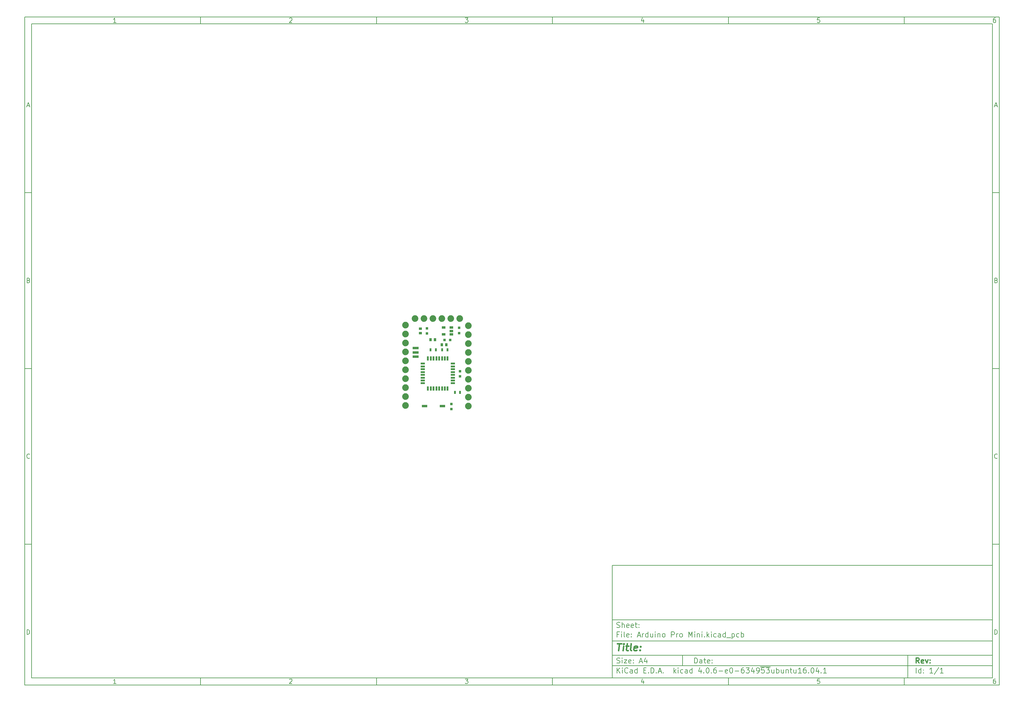
<source format=gbr>
G04 #@! TF.FileFunction,Soldermask,Top*
%FSLAX46Y46*%
G04 Gerber Fmt 4.6, Leading zero omitted, Abs format (unit mm)*
G04 Created by KiCad (PCBNEW 4.0.6-e0-6349~53~ubuntu16.04.1) date Wed Jun 21 16:24:44 2017*
%MOMM*%
%LPD*%
G01*
G04 APERTURE LIST*
%ADD10C,0.100000*%
%ADD11C,0.150000*%
%ADD12C,0.300000*%
%ADD13C,0.400000*%
%ADD14R,0.750000X0.800000*%
%ADD15R,0.899160X0.698500*%
%ADD16R,0.698500X0.899160*%
%ADD17R,0.800000X0.800000*%
%ADD18C,1.879600*%
%ADD19R,0.500000X0.900000*%
%ADD20R,1.600000X0.760000*%
%ADD21R,1.270000X0.558800*%
%ADD22R,0.558800X1.270000*%
%ADD23R,1.060000X0.650000*%
%ADD24R,1.699260X0.698500*%
G04 APERTURE END LIST*
D10*
D11*
X177002200Y-166007200D02*
X177002200Y-198007200D01*
X285002200Y-198007200D01*
X285002200Y-166007200D01*
X177002200Y-166007200D01*
D10*
D11*
X10000000Y-10000000D02*
X10000000Y-200007200D01*
X287002200Y-200007200D01*
X287002200Y-10000000D01*
X10000000Y-10000000D01*
D10*
D11*
X12000000Y-12000000D02*
X12000000Y-198007200D01*
X285002200Y-198007200D01*
X285002200Y-12000000D01*
X12000000Y-12000000D01*
D10*
D11*
X60000000Y-12000000D02*
X60000000Y-10000000D01*
D10*
D11*
X110000000Y-12000000D02*
X110000000Y-10000000D01*
D10*
D11*
X160000000Y-12000000D02*
X160000000Y-10000000D01*
D10*
D11*
X210000000Y-12000000D02*
X210000000Y-10000000D01*
D10*
D11*
X260000000Y-12000000D02*
X260000000Y-10000000D01*
D10*
D11*
X35990476Y-11588095D02*
X35247619Y-11588095D01*
X35619048Y-11588095D02*
X35619048Y-10288095D01*
X35495238Y-10473810D01*
X35371429Y-10597619D01*
X35247619Y-10659524D01*
D10*
D11*
X85247619Y-10411905D02*
X85309524Y-10350000D01*
X85433333Y-10288095D01*
X85742857Y-10288095D01*
X85866667Y-10350000D01*
X85928571Y-10411905D01*
X85990476Y-10535714D01*
X85990476Y-10659524D01*
X85928571Y-10845238D01*
X85185714Y-11588095D01*
X85990476Y-11588095D01*
D10*
D11*
X135185714Y-10288095D02*
X135990476Y-10288095D01*
X135557143Y-10783333D01*
X135742857Y-10783333D01*
X135866667Y-10845238D01*
X135928571Y-10907143D01*
X135990476Y-11030952D01*
X135990476Y-11340476D01*
X135928571Y-11464286D01*
X135866667Y-11526190D01*
X135742857Y-11588095D01*
X135371429Y-11588095D01*
X135247619Y-11526190D01*
X135185714Y-11464286D01*
D10*
D11*
X185866667Y-10721429D02*
X185866667Y-11588095D01*
X185557143Y-10226190D02*
X185247619Y-11154762D01*
X186052381Y-11154762D01*
D10*
D11*
X235928571Y-10288095D02*
X235309524Y-10288095D01*
X235247619Y-10907143D01*
X235309524Y-10845238D01*
X235433333Y-10783333D01*
X235742857Y-10783333D01*
X235866667Y-10845238D01*
X235928571Y-10907143D01*
X235990476Y-11030952D01*
X235990476Y-11340476D01*
X235928571Y-11464286D01*
X235866667Y-11526190D01*
X235742857Y-11588095D01*
X235433333Y-11588095D01*
X235309524Y-11526190D01*
X235247619Y-11464286D01*
D10*
D11*
X285866667Y-10288095D02*
X285619048Y-10288095D01*
X285495238Y-10350000D01*
X285433333Y-10411905D01*
X285309524Y-10597619D01*
X285247619Y-10845238D01*
X285247619Y-11340476D01*
X285309524Y-11464286D01*
X285371429Y-11526190D01*
X285495238Y-11588095D01*
X285742857Y-11588095D01*
X285866667Y-11526190D01*
X285928571Y-11464286D01*
X285990476Y-11340476D01*
X285990476Y-11030952D01*
X285928571Y-10907143D01*
X285866667Y-10845238D01*
X285742857Y-10783333D01*
X285495238Y-10783333D01*
X285371429Y-10845238D01*
X285309524Y-10907143D01*
X285247619Y-11030952D01*
D10*
D11*
X60000000Y-198007200D02*
X60000000Y-200007200D01*
D10*
D11*
X110000000Y-198007200D02*
X110000000Y-200007200D01*
D10*
D11*
X160000000Y-198007200D02*
X160000000Y-200007200D01*
D10*
D11*
X210000000Y-198007200D02*
X210000000Y-200007200D01*
D10*
D11*
X260000000Y-198007200D02*
X260000000Y-200007200D01*
D10*
D11*
X35990476Y-199595295D02*
X35247619Y-199595295D01*
X35619048Y-199595295D02*
X35619048Y-198295295D01*
X35495238Y-198481010D01*
X35371429Y-198604819D01*
X35247619Y-198666724D01*
D10*
D11*
X85247619Y-198419105D02*
X85309524Y-198357200D01*
X85433333Y-198295295D01*
X85742857Y-198295295D01*
X85866667Y-198357200D01*
X85928571Y-198419105D01*
X85990476Y-198542914D01*
X85990476Y-198666724D01*
X85928571Y-198852438D01*
X85185714Y-199595295D01*
X85990476Y-199595295D01*
D10*
D11*
X135185714Y-198295295D02*
X135990476Y-198295295D01*
X135557143Y-198790533D01*
X135742857Y-198790533D01*
X135866667Y-198852438D01*
X135928571Y-198914343D01*
X135990476Y-199038152D01*
X135990476Y-199347676D01*
X135928571Y-199471486D01*
X135866667Y-199533390D01*
X135742857Y-199595295D01*
X135371429Y-199595295D01*
X135247619Y-199533390D01*
X135185714Y-199471486D01*
D10*
D11*
X185866667Y-198728629D02*
X185866667Y-199595295D01*
X185557143Y-198233390D02*
X185247619Y-199161962D01*
X186052381Y-199161962D01*
D10*
D11*
X235928571Y-198295295D02*
X235309524Y-198295295D01*
X235247619Y-198914343D01*
X235309524Y-198852438D01*
X235433333Y-198790533D01*
X235742857Y-198790533D01*
X235866667Y-198852438D01*
X235928571Y-198914343D01*
X235990476Y-199038152D01*
X235990476Y-199347676D01*
X235928571Y-199471486D01*
X235866667Y-199533390D01*
X235742857Y-199595295D01*
X235433333Y-199595295D01*
X235309524Y-199533390D01*
X235247619Y-199471486D01*
D10*
D11*
X285866667Y-198295295D02*
X285619048Y-198295295D01*
X285495238Y-198357200D01*
X285433333Y-198419105D01*
X285309524Y-198604819D01*
X285247619Y-198852438D01*
X285247619Y-199347676D01*
X285309524Y-199471486D01*
X285371429Y-199533390D01*
X285495238Y-199595295D01*
X285742857Y-199595295D01*
X285866667Y-199533390D01*
X285928571Y-199471486D01*
X285990476Y-199347676D01*
X285990476Y-199038152D01*
X285928571Y-198914343D01*
X285866667Y-198852438D01*
X285742857Y-198790533D01*
X285495238Y-198790533D01*
X285371429Y-198852438D01*
X285309524Y-198914343D01*
X285247619Y-199038152D01*
D10*
D11*
X10000000Y-60000000D02*
X12000000Y-60000000D01*
D10*
D11*
X10000000Y-110000000D02*
X12000000Y-110000000D01*
D10*
D11*
X10000000Y-160000000D02*
X12000000Y-160000000D01*
D10*
D11*
X10690476Y-35216667D02*
X11309524Y-35216667D01*
X10566667Y-35588095D02*
X11000000Y-34288095D01*
X11433333Y-35588095D01*
D10*
D11*
X11092857Y-84907143D02*
X11278571Y-84969048D01*
X11340476Y-85030952D01*
X11402381Y-85154762D01*
X11402381Y-85340476D01*
X11340476Y-85464286D01*
X11278571Y-85526190D01*
X11154762Y-85588095D01*
X10659524Y-85588095D01*
X10659524Y-84288095D01*
X11092857Y-84288095D01*
X11216667Y-84350000D01*
X11278571Y-84411905D01*
X11340476Y-84535714D01*
X11340476Y-84659524D01*
X11278571Y-84783333D01*
X11216667Y-84845238D01*
X11092857Y-84907143D01*
X10659524Y-84907143D01*
D10*
D11*
X11402381Y-135464286D02*
X11340476Y-135526190D01*
X11154762Y-135588095D01*
X11030952Y-135588095D01*
X10845238Y-135526190D01*
X10721429Y-135402381D01*
X10659524Y-135278571D01*
X10597619Y-135030952D01*
X10597619Y-134845238D01*
X10659524Y-134597619D01*
X10721429Y-134473810D01*
X10845238Y-134350000D01*
X11030952Y-134288095D01*
X11154762Y-134288095D01*
X11340476Y-134350000D01*
X11402381Y-134411905D01*
D10*
D11*
X10659524Y-185588095D02*
X10659524Y-184288095D01*
X10969048Y-184288095D01*
X11154762Y-184350000D01*
X11278571Y-184473810D01*
X11340476Y-184597619D01*
X11402381Y-184845238D01*
X11402381Y-185030952D01*
X11340476Y-185278571D01*
X11278571Y-185402381D01*
X11154762Y-185526190D01*
X10969048Y-185588095D01*
X10659524Y-185588095D01*
D10*
D11*
X287002200Y-60000000D02*
X285002200Y-60000000D01*
D10*
D11*
X287002200Y-110000000D02*
X285002200Y-110000000D01*
D10*
D11*
X287002200Y-160000000D02*
X285002200Y-160000000D01*
D10*
D11*
X285692676Y-35216667D02*
X286311724Y-35216667D01*
X285568867Y-35588095D02*
X286002200Y-34288095D01*
X286435533Y-35588095D01*
D10*
D11*
X286095057Y-84907143D02*
X286280771Y-84969048D01*
X286342676Y-85030952D01*
X286404581Y-85154762D01*
X286404581Y-85340476D01*
X286342676Y-85464286D01*
X286280771Y-85526190D01*
X286156962Y-85588095D01*
X285661724Y-85588095D01*
X285661724Y-84288095D01*
X286095057Y-84288095D01*
X286218867Y-84350000D01*
X286280771Y-84411905D01*
X286342676Y-84535714D01*
X286342676Y-84659524D01*
X286280771Y-84783333D01*
X286218867Y-84845238D01*
X286095057Y-84907143D01*
X285661724Y-84907143D01*
D10*
D11*
X286404581Y-135464286D02*
X286342676Y-135526190D01*
X286156962Y-135588095D01*
X286033152Y-135588095D01*
X285847438Y-135526190D01*
X285723629Y-135402381D01*
X285661724Y-135278571D01*
X285599819Y-135030952D01*
X285599819Y-134845238D01*
X285661724Y-134597619D01*
X285723629Y-134473810D01*
X285847438Y-134350000D01*
X286033152Y-134288095D01*
X286156962Y-134288095D01*
X286342676Y-134350000D01*
X286404581Y-134411905D01*
D10*
D11*
X285661724Y-185588095D02*
X285661724Y-184288095D01*
X285971248Y-184288095D01*
X286156962Y-184350000D01*
X286280771Y-184473810D01*
X286342676Y-184597619D01*
X286404581Y-184845238D01*
X286404581Y-185030952D01*
X286342676Y-185278571D01*
X286280771Y-185402381D01*
X286156962Y-185526190D01*
X285971248Y-185588095D01*
X285661724Y-185588095D01*
D10*
D11*
X200359343Y-193785771D02*
X200359343Y-192285771D01*
X200716486Y-192285771D01*
X200930771Y-192357200D01*
X201073629Y-192500057D01*
X201145057Y-192642914D01*
X201216486Y-192928629D01*
X201216486Y-193142914D01*
X201145057Y-193428629D01*
X201073629Y-193571486D01*
X200930771Y-193714343D01*
X200716486Y-193785771D01*
X200359343Y-193785771D01*
X202502200Y-193785771D02*
X202502200Y-193000057D01*
X202430771Y-192857200D01*
X202287914Y-192785771D01*
X202002200Y-192785771D01*
X201859343Y-192857200D01*
X202502200Y-193714343D02*
X202359343Y-193785771D01*
X202002200Y-193785771D01*
X201859343Y-193714343D01*
X201787914Y-193571486D01*
X201787914Y-193428629D01*
X201859343Y-193285771D01*
X202002200Y-193214343D01*
X202359343Y-193214343D01*
X202502200Y-193142914D01*
X203002200Y-192785771D02*
X203573629Y-192785771D01*
X203216486Y-192285771D02*
X203216486Y-193571486D01*
X203287914Y-193714343D01*
X203430772Y-193785771D01*
X203573629Y-193785771D01*
X204645057Y-193714343D02*
X204502200Y-193785771D01*
X204216486Y-193785771D01*
X204073629Y-193714343D01*
X204002200Y-193571486D01*
X204002200Y-193000057D01*
X204073629Y-192857200D01*
X204216486Y-192785771D01*
X204502200Y-192785771D01*
X204645057Y-192857200D01*
X204716486Y-193000057D01*
X204716486Y-193142914D01*
X204002200Y-193285771D01*
X205359343Y-193642914D02*
X205430771Y-193714343D01*
X205359343Y-193785771D01*
X205287914Y-193714343D01*
X205359343Y-193642914D01*
X205359343Y-193785771D01*
X205359343Y-192857200D02*
X205430771Y-192928629D01*
X205359343Y-193000057D01*
X205287914Y-192928629D01*
X205359343Y-192857200D01*
X205359343Y-193000057D01*
D10*
D11*
X177002200Y-194507200D02*
X285002200Y-194507200D01*
D10*
D11*
X178359343Y-196585771D02*
X178359343Y-195085771D01*
X179216486Y-196585771D02*
X178573629Y-195728629D01*
X179216486Y-195085771D02*
X178359343Y-195942914D01*
X179859343Y-196585771D02*
X179859343Y-195585771D01*
X179859343Y-195085771D02*
X179787914Y-195157200D01*
X179859343Y-195228629D01*
X179930771Y-195157200D01*
X179859343Y-195085771D01*
X179859343Y-195228629D01*
X181430772Y-196442914D02*
X181359343Y-196514343D01*
X181145057Y-196585771D01*
X181002200Y-196585771D01*
X180787915Y-196514343D01*
X180645057Y-196371486D01*
X180573629Y-196228629D01*
X180502200Y-195942914D01*
X180502200Y-195728629D01*
X180573629Y-195442914D01*
X180645057Y-195300057D01*
X180787915Y-195157200D01*
X181002200Y-195085771D01*
X181145057Y-195085771D01*
X181359343Y-195157200D01*
X181430772Y-195228629D01*
X182716486Y-196585771D02*
X182716486Y-195800057D01*
X182645057Y-195657200D01*
X182502200Y-195585771D01*
X182216486Y-195585771D01*
X182073629Y-195657200D01*
X182716486Y-196514343D02*
X182573629Y-196585771D01*
X182216486Y-196585771D01*
X182073629Y-196514343D01*
X182002200Y-196371486D01*
X182002200Y-196228629D01*
X182073629Y-196085771D01*
X182216486Y-196014343D01*
X182573629Y-196014343D01*
X182716486Y-195942914D01*
X184073629Y-196585771D02*
X184073629Y-195085771D01*
X184073629Y-196514343D02*
X183930772Y-196585771D01*
X183645058Y-196585771D01*
X183502200Y-196514343D01*
X183430772Y-196442914D01*
X183359343Y-196300057D01*
X183359343Y-195871486D01*
X183430772Y-195728629D01*
X183502200Y-195657200D01*
X183645058Y-195585771D01*
X183930772Y-195585771D01*
X184073629Y-195657200D01*
X185930772Y-195800057D02*
X186430772Y-195800057D01*
X186645058Y-196585771D02*
X185930772Y-196585771D01*
X185930772Y-195085771D01*
X186645058Y-195085771D01*
X187287915Y-196442914D02*
X187359343Y-196514343D01*
X187287915Y-196585771D01*
X187216486Y-196514343D01*
X187287915Y-196442914D01*
X187287915Y-196585771D01*
X188002201Y-196585771D02*
X188002201Y-195085771D01*
X188359344Y-195085771D01*
X188573629Y-195157200D01*
X188716487Y-195300057D01*
X188787915Y-195442914D01*
X188859344Y-195728629D01*
X188859344Y-195942914D01*
X188787915Y-196228629D01*
X188716487Y-196371486D01*
X188573629Y-196514343D01*
X188359344Y-196585771D01*
X188002201Y-196585771D01*
X189502201Y-196442914D02*
X189573629Y-196514343D01*
X189502201Y-196585771D01*
X189430772Y-196514343D01*
X189502201Y-196442914D01*
X189502201Y-196585771D01*
X190145058Y-196157200D02*
X190859344Y-196157200D01*
X190002201Y-196585771D02*
X190502201Y-195085771D01*
X191002201Y-196585771D01*
X191502201Y-196442914D02*
X191573629Y-196514343D01*
X191502201Y-196585771D01*
X191430772Y-196514343D01*
X191502201Y-196442914D01*
X191502201Y-196585771D01*
X194502201Y-196585771D02*
X194502201Y-195085771D01*
X194645058Y-196014343D02*
X195073629Y-196585771D01*
X195073629Y-195585771D02*
X194502201Y-196157200D01*
X195716487Y-196585771D02*
X195716487Y-195585771D01*
X195716487Y-195085771D02*
X195645058Y-195157200D01*
X195716487Y-195228629D01*
X195787915Y-195157200D01*
X195716487Y-195085771D01*
X195716487Y-195228629D01*
X197073630Y-196514343D02*
X196930773Y-196585771D01*
X196645059Y-196585771D01*
X196502201Y-196514343D01*
X196430773Y-196442914D01*
X196359344Y-196300057D01*
X196359344Y-195871486D01*
X196430773Y-195728629D01*
X196502201Y-195657200D01*
X196645059Y-195585771D01*
X196930773Y-195585771D01*
X197073630Y-195657200D01*
X198359344Y-196585771D02*
X198359344Y-195800057D01*
X198287915Y-195657200D01*
X198145058Y-195585771D01*
X197859344Y-195585771D01*
X197716487Y-195657200D01*
X198359344Y-196514343D02*
X198216487Y-196585771D01*
X197859344Y-196585771D01*
X197716487Y-196514343D01*
X197645058Y-196371486D01*
X197645058Y-196228629D01*
X197716487Y-196085771D01*
X197859344Y-196014343D01*
X198216487Y-196014343D01*
X198359344Y-195942914D01*
X199716487Y-196585771D02*
X199716487Y-195085771D01*
X199716487Y-196514343D02*
X199573630Y-196585771D01*
X199287916Y-196585771D01*
X199145058Y-196514343D01*
X199073630Y-196442914D01*
X199002201Y-196300057D01*
X199002201Y-195871486D01*
X199073630Y-195728629D01*
X199145058Y-195657200D01*
X199287916Y-195585771D01*
X199573630Y-195585771D01*
X199716487Y-195657200D01*
X202216487Y-195585771D02*
X202216487Y-196585771D01*
X201859344Y-195014343D02*
X201502201Y-196085771D01*
X202430773Y-196085771D01*
X203002201Y-196442914D02*
X203073629Y-196514343D01*
X203002201Y-196585771D01*
X202930772Y-196514343D01*
X203002201Y-196442914D01*
X203002201Y-196585771D01*
X204002201Y-195085771D02*
X204145058Y-195085771D01*
X204287915Y-195157200D01*
X204359344Y-195228629D01*
X204430773Y-195371486D01*
X204502201Y-195657200D01*
X204502201Y-196014343D01*
X204430773Y-196300057D01*
X204359344Y-196442914D01*
X204287915Y-196514343D01*
X204145058Y-196585771D01*
X204002201Y-196585771D01*
X203859344Y-196514343D01*
X203787915Y-196442914D01*
X203716487Y-196300057D01*
X203645058Y-196014343D01*
X203645058Y-195657200D01*
X203716487Y-195371486D01*
X203787915Y-195228629D01*
X203859344Y-195157200D01*
X204002201Y-195085771D01*
X205145058Y-196442914D02*
X205216486Y-196514343D01*
X205145058Y-196585771D01*
X205073629Y-196514343D01*
X205145058Y-196442914D01*
X205145058Y-196585771D01*
X206502201Y-195085771D02*
X206216487Y-195085771D01*
X206073630Y-195157200D01*
X206002201Y-195228629D01*
X205859344Y-195442914D01*
X205787915Y-195728629D01*
X205787915Y-196300057D01*
X205859344Y-196442914D01*
X205930772Y-196514343D01*
X206073630Y-196585771D01*
X206359344Y-196585771D01*
X206502201Y-196514343D01*
X206573630Y-196442914D01*
X206645058Y-196300057D01*
X206645058Y-195942914D01*
X206573630Y-195800057D01*
X206502201Y-195728629D01*
X206359344Y-195657200D01*
X206073630Y-195657200D01*
X205930772Y-195728629D01*
X205859344Y-195800057D01*
X205787915Y-195942914D01*
X207287915Y-196014343D02*
X208430772Y-196014343D01*
X209716486Y-196514343D02*
X209573629Y-196585771D01*
X209287915Y-196585771D01*
X209145058Y-196514343D01*
X209073629Y-196371486D01*
X209073629Y-195800057D01*
X209145058Y-195657200D01*
X209287915Y-195585771D01*
X209573629Y-195585771D01*
X209716486Y-195657200D01*
X209787915Y-195800057D01*
X209787915Y-195942914D01*
X209073629Y-196085771D01*
X210716486Y-195085771D02*
X210859343Y-195085771D01*
X211002200Y-195157200D01*
X211073629Y-195228629D01*
X211145058Y-195371486D01*
X211216486Y-195657200D01*
X211216486Y-196014343D01*
X211145058Y-196300057D01*
X211073629Y-196442914D01*
X211002200Y-196514343D01*
X210859343Y-196585771D01*
X210716486Y-196585771D01*
X210573629Y-196514343D01*
X210502200Y-196442914D01*
X210430772Y-196300057D01*
X210359343Y-196014343D01*
X210359343Y-195657200D01*
X210430772Y-195371486D01*
X210502200Y-195228629D01*
X210573629Y-195157200D01*
X210716486Y-195085771D01*
X211859343Y-196014343D02*
X213002200Y-196014343D01*
X214359343Y-195085771D02*
X214073629Y-195085771D01*
X213930772Y-195157200D01*
X213859343Y-195228629D01*
X213716486Y-195442914D01*
X213645057Y-195728629D01*
X213645057Y-196300057D01*
X213716486Y-196442914D01*
X213787914Y-196514343D01*
X213930772Y-196585771D01*
X214216486Y-196585771D01*
X214359343Y-196514343D01*
X214430772Y-196442914D01*
X214502200Y-196300057D01*
X214502200Y-195942914D01*
X214430772Y-195800057D01*
X214359343Y-195728629D01*
X214216486Y-195657200D01*
X213930772Y-195657200D01*
X213787914Y-195728629D01*
X213716486Y-195800057D01*
X213645057Y-195942914D01*
X215002200Y-195085771D02*
X215930771Y-195085771D01*
X215430771Y-195657200D01*
X215645057Y-195657200D01*
X215787914Y-195728629D01*
X215859343Y-195800057D01*
X215930771Y-195942914D01*
X215930771Y-196300057D01*
X215859343Y-196442914D01*
X215787914Y-196514343D01*
X215645057Y-196585771D01*
X215216485Y-196585771D01*
X215073628Y-196514343D01*
X215002200Y-196442914D01*
X217216485Y-195585771D02*
X217216485Y-196585771D01*
X216859342Y-195014343D02*
X216502199Y-196085771D01*
X217430771Y-196085771D01*
X218073627Y-196585771D02*
X218359342Y-196585771D01*
X218502199Y-196514343D01*
X218573627Y-196442914D01*
X218716485Y-196228629D01*
X218787913Y-195942914D01*
X218787913Y-195371486D01*
X218716485Y-195228629D01*
X218645056Y-195157200D01*
X218502199Y-195085771D01*
X218216485Y-195085771D01*
X218073627Y-195157200D01*
X218002199Y-195228629D01*
X217930770Y-195371486D01*
X217930770Y-195728629D01*
X218002199Y-195871486D01*
X218073627Y-195942914D01*
X218216485Y-196014343D01*
X218502199Y-196014343D01*
X218645056Y-195942914D01*
X218716485Y-195871486D01*
X218787913Y-195728629D01*
X220145056Y-195085771D02*
X219430770Y-195085771D01*
X219359341Y-195800057D01*
X219430770Y-195728629D01*
X219573627Y-195657200D01*
X219930770Y-195657200D01*
X220073627Y-195728629D01*
X220145056Y-195800057D01*
X220216484Y-195942914D01*
X220216484Y-196300057D01*
X220145056Y-196442914D01*
X220073627Y-196514343D01*
X219930770Y-196585771D01*
X219573627Y-196585771D01*
X219430770Y-196514343D01*
X219359341Y-196442914D01*
X220716484Y-195085771D02*
X221645055Y-195085771D01*
X221145055Y-195657200D01*
X221359341Y-195657200D01*
X221502198Y-195728629D01*
X221573627Y-195800057D01*
X221645055Y-195942914D01*
X221645055Y-196300057D01*
X221573627Y-196442914D01*
X221502198Y-196514343D01*
X221359341Y-196585771D01*
X220930769Y-196585771D01*
X220787912Y-196514343D01*
X220716484Y-196442914D01*
X219073627Y-194827200D02*
X221930769Y-194827200D01*
X222930769Y-195585771D02*
X222930769Y-196585771D01*
X222287912Y-195585771D02*
X222287912Y-196371486D01*
X222359340Y-196514343D01*
X222502198Y-196585771D01*
X222716483Y-196585771D01*
X222859340Y-196514343D01*
X222930769Y-196442914D01*
X223645055Y-196585771D02*
X223645055Y-195085771D01*
X223645055Y-195657200D02*
X223787912Y-195585771D01*
X224073626Y-195585771D01*
X224216483Y-195657200D01*
X224287912Y-195728629D01*
X224359341Y-195871486D01*
X224359341Y-196300057D01*
X224287912Y-196442914D01*
X224216483Y-196514343D01*
X224073626Y-196585771D01*
X223787912Y-196585771D01*
X223645055Y-196514343D01*
X225645055Y-195585771D02*
X225645055Y-196585771D01*
X225002198Y-195585771D02*
X225002198Y-196371486D01*
X225073626Y-196514343D01*
X225216484Y-196585771D01*
X225430769Y-196585771D01*
X225573626Y-196514343D01*
X225645055Y-196442914D01*
X226359341Y-195585771D02*
X226359341Y-196585771D01*
X226359341Y-195728629D02*
X226430769Y-195657200D01*
X226573627Y-195585771D01*
X226787912Y-195585771D01*
X226930769Y-195657200D01*
X227002198Y-195800057D01*
X227002198Y-196585771D01*
X227502198Y-195585771D02*
X228073627Y-195585771D01*
X227716484Y-195085771D02*
X227716484Y-196371486D01*
X227787912Y-196514343D01*
X227930770Y-196585771D01*
X228073627Y-196585771D01*
X229216484Y-195585771D02*
X229216484Y-196585771D01*
X228573627Y-195585771D02*
X228573627Y-196371486D01*
X228645055Y-196514343D01*
X228787913Y-196585771D01*
X229002198Y-196585771D01*
X229145055Y-196514343D01*
X229216484Y-196442914D01*
X230716484Y-196585771D02*
X229859341Y-196585771D01*
X230287913Y-196585771D02*
X230287913Y-195085771D01*
X230145056Y-195300057D01*
X230002198Y-195442914D01*
X229859341Y-195514343D01*
X232002198Y-195085771D02*
X231716484Y-195085771D01*
X231573627Y-195157200D01*
X231502198Y-195228629D01*
X231359341Y-195442914D01*
X231287912Y-195728629D01*
X231287912Y-196300057D01*
X231359341Y-196442914D01*
X231430769Y-196514343D01*
X231573627Y-196585771D01*
X231859341Y-196585771D01*
X232002198Y-196514343D01*
X232073627Y-196442914D01*
X232145055Y-196300057D01*
X232145055Y-195942914D01*
X232073627Y-195800057D01*
X232002198Y-195728629D01*
X231859341Y-195657200D01*
X231573627Y-195657200D01*
X231430769Y-195728629D01*
X231359341Y-195800057D01*
X231287912Y-195942914D01*
X232787912Y-196442914D02*
X232859340Y-196514343D01*
X232787912Y-196585771D01*
X232716483Y-196514343D01*
X232787912Y-196442914D01*
X232787912Y-196585771D01*
X233787912Y-195085771D02*
X233930769Y-195085771D01*
X234073626Y-195157200D01*
X234145055Y-195228629D01*
X234216484Y-195371486D01*
X234287912Y-195657200D01*
X234287912Y-196014343D01*
X234216484Y-196300057D01*
X234145055Y-196442914D01*
X234073626Y-196514343D01*
X233930769Y-196585771D01*
X233787912Y-196585771D01*
X233645055Y-196514343D01*
X233573626Y-196442914D01*
X233502198Y-196300057D01*
X233430769Y-196014343D01*
X233430769Y-195657200D01*
X233502198Y-195371486D01*
X233573626Y-195228629D01*
X233645055Y-195157200D01*
X233787912Y-195085771D01*
X235573626Y-195585771D02*
X235573626Y-196585771D01*
X235216483Y-195014343D02*
X234859340Y-196085771D01*
X235787912Y-196085771D01*
X236359340Y-196442914D02*
X236430768Y-196514343D01*
X236359340Y-196585771D01*
X236287911Y-196514343D01*
X236359340Y-196442914D01*
X236359340Y-196585771D01*
X237859340Y-196585771D02*
X237002197Y-196585771D01*
X237430769Y-196585771D02*
X237430769Y-195085771D01*
X237287912Y-195300057D01*
X237145054Y-195442914D01*
X237002197Y-195514343D01*
D10*
D11*
X177002200Y-191507200D02*
X285002200Y-191507200D01*
D10*
D12*
X264216486Y-193785771D02*
X263716486Y-193071486D01*
X263359343Y-193785771D02*
X263359343Y-192285771D01*
X263930771Y-192285771D01*
X264073629Y-192357200D01*
X264145057Y-192428629D01*
X264216486Y-192571486D01*
X264216486Y-192785771D01*
X264145057Y-192928629D01*
X264073629Y-193000057D01*
X263930771Y-193071486D01*
X263359343Y-193071486D01*
X265430771Y-193714343D02*
X265287914Y-193785771D01*
X265002200Y-193785771D01*
X264859343Y-193714343D01*
X264787914Y-193571486D01*
X264787914Y-193000057D01*
X264859343Y-192857200D01*
X265002200Y-192785771D01*
X265287914Y-192785771D01*
X265430771Y-192857200D01*
X265502200Y-193000057D01*
X265502200Y-193142914D01*
X264787914Y-193285771D01*
X266002200Y-192785771D02*
X266359343Y-193785771D01*
X266716485Y-192785771D01*
X267287914Y-193642914D02*
X267359342Y-193714343D01*
X267287914Y-193785771D01*
X267216485Y-193714343D01*
X267287914Y-193642914D01*
X267287914Y-193785771D01*
X267287914Y-192857200D02*
X267359342Y-192928629D01*
X267287914Y-193000057D01*
X267216485Y-192928629D01*
X267287914Y-192857200D01*
X267287914Y-193000057D01*
D10*
D11*
X178287914Y-193714343D02*
X178502200Y-193785771D01*
X178859343Y-193785771D01*
X179002200Y-193714343D01*
X179073629Y-193642914D01*
X179145057Y-193500057D01*
X179145057Y-193357200D01*
X179073629Y-193214343D01*
X179002200Y-193142914D01*
X178859343Y-193071486D01*
X178573629Y-193000057D01*
X178430771Y-192928629D01*
X178359343Y-192857200D01*
X178287914Y-192714343D01*
X178287914Y-192571486D01*
X178359343Y-192428629D01*
X178430771Y-192357200D01*
X178573629Y-192285771D01*
X178930771Y-192285771D01*
X179145057Y-192357200D01*
X179787914Y-193785771D02*
X179787914Y-192785771D01*
X179787914Y-192285771D02*
X179716485Y-192357200D01*
X179787914Y-192428629D01*
X179859342Y-192357200D01*
X179787914Y-192285771D01*
X179787914Y-192428629D01*
X180359343Y-192785771D02*
X181145057Y-192785771D01*
X180359343Y-193785771D01*
X181145057Y-193785771D01*
X182287914Y-193714343D02*
X182145057Y-193785771D01*
X181859343Y-193785771D01*
X181716486Y-193714343D01*
X181645057Y-193571486D01*
X181645057Y-193000057D01*
X181716486Y-192857200D01*
X181859343Y-192785771D01*
X182145057Y-192785771D01*
X182287914Y-192857200D01*
X182359343Y-193000057D01*
X182359343Y-193142914D01*
X181645057Y-193285771D01*
X183002200Y-193642914D02*
X183073628Y-193714343D01*
X183002200Y-193785771D01*
X182930771Y-193714343D01*
X183002200Y-193642914D01*
X183002200Y-193785771D01*
X183002200Y-192857200D02*
X183073628Y-192928629D01*
X183002200Y-193000057D01*
X182930771Y-192928629D01*
X183002200Y-192857200D01*
X183002200Y-193000057D01*
X184787914Y-193357200D02*
X185502200Y-193357200D01*
X184645057Y-193785771D02*
X185145057Y-192285771D01*
X185645057Y-193785771D01*
X186787914Y-192785771D02*
X186787914Y-193785771D01*
X186430771Y-192214343D02*
X186073628Y-193285771D01*
X187002200Y-193285771D01*
D10*
D11*
X263359343Y-196585771D02*
X263359343Y-195085771D01*
X264716486Y-196585771D02*
X264716486Y-195085771D01*
X264716486Y-196514343D02*
X264573629Y-196585771D01*
X264287915Y-196585771D01*
X264145057Y-196514343D01*
X264073629Y-196442914D01*
X264002200Y-196300057D01*
X264002200Y-195871486D01*
X264073629Y-195728629D01*
X264145057Y-195657200D01*
X264287915Y-195585771D01*
X264573629Y-195585771D01*
X264716486Y-195657200D01*
X265430772Y-196442914D02*
X265502200Y-196514343D01*
X265430772Y-196585771D01*
X265359343Y-196514343D01*
X265430772Y-196442914D01*
X265430772Y-196585771D01*
X265430772Y-195657200D02*
X265502200Y-195728629D01*
X265430772Y-195800057D01*
X265359343Y-195728629D01*
X265430772Y-195657200D01*
X265430772Y-195800057D01*
X268073629Y-196585771D02*
X267216486Y-196585771D01*
X267645058Y-196585771D02*
X267645058Y-195085771D01*
X267502201Y-195300057D01*
X267359343Y-195442914D01*
X267216486Y-195514343D01*
X269787914Y-195014343D02*
X268502200Y-196942914D01*
X271073629Y-196585771D02*
X270216486Y-196585771D01*
X270645058Y-196585771D02*
X270645058Y-195085771D01*
X270502201Y-195300057D01*
X270359343Y-195442914D01*
X270216486Y-195514343D01*
D10*
D11*
X177002200Y-187507200D02*
X285002200Y-187507200D01*
D10*
D13*
X178454581Y-188211962D02*
X179597438Y-188211962D01*
X178776010Y-190211962D02*
X179026010Y-188211962D01*
X180014105Y-190211962D02*
X180180771Y-188878629D01*
X180264105Y-188211962D02*
X180156962Y-188307200D01*
X180240295Y-188402438D01*
X180347439Y-188307200D01*
X180264105Y-188211962D01*
X180240295Y-188402438D01*
X180847438Y-188878629D02*
X181609343Y-188878629D01*
X181216486Y-188211962D02*
X181002200Y-189926248D01*
X181073630Y-190116724D01*
X181252201Y-190211962D01*
X181442677Y-190211962D01*
X182395058Y-190211962D02*
X182216487Y-190116724D01*
X182145057Y-189926248D01*
X182359343Y-188211962D01*
X183930772Y-190116724D02*
X183728391Y-190211962D01*
X183347439Y-190211962D01*
X183168867Y-190116724D01*
X183097438Y-189926248D01*
X183192676Y-189164343D01*
X183311724Y-188973867D01*
X183514105Y-188878629D01*
X183895057Y-188878629D01*
X184073629Y-188973867D01*
X184145057Y-189164343D01*
X184121248Y-189354819D01*
X183145057Y-189545295D01*
X184895057Y-190021486D02*
X184978392Y-190116724D01*
X184871248Y-190211962D01*
X184787915Y-190116724D01*
X184895057Y-190021486D01*
X184871248Y-190211962D01*
X185026010Y-188973867D02*
X185109344Y-189069105D01*
X185002200Y-189164343D01*
X184918867Y-189069105D01*
X185026010Y-188973867D01*
X185002200Y-189164343D01*
D10*
D11*
X178859343Y-185600057D02*
X178359343Y-185600057D01*
X178359343Y-186385771D02*
X178359343Y-184885771D01*
X179073629Y-184885771D01*
X179645057Y-186385771D02*
X179645057Y-185385771D01*
X179645057Y-184885771D02*
X179573628Y-184957200D01*
X179645057Y-185028629D01*
X179716485Y-184957200D01*
X179645057Y-184885771D01*
X179645057Y-185028629D01*
X180573629Y-186385771D02*
X180430771Y-186314343D01*
X180359343Y-186171486D01*
X180359343Y-184885771D01*
X181716485Y-186314343D02*
X181573628Y-186385771D01*
X181287914Y-186385771D01*
X181145057Y-186314343D01*
X181073628Y-186171486D01*
X181073628Y-185600057D01*
X181145057Y-185457200D01*
X181287914Y-185385771D01*
X181573628Y-185385771D01*
X181716485Y-185457200D01*
X181787914Y-185600057D01*
X181787914Y-185742914D01*
X181073628Y-185885771D01*
X182430771Y-186242914D02*
X182502199Y-186314343D01*
X182430771Y-186385771D01*
X182359342Y-186314343D01*
X182430771Y-186242914D01*
X182430771Y-186385771D01*
X182430771Y-185457200D02*
X182502199Y-185528629D01*
X182430771Y-185600057D01*
X182359342Y-185528629D01*
X182430771Y-185457200D01*
X182430771Y-185600057D01*
X184216485Y-185957200D02*
X184930771Y-185957200D01*
X184073628Y-186385771D02*
X184573628Y-184885771D01*
X185073628Y-186385771D01*
X185573628Y-186385771D02*
X185573628Y-185385771D01*
X185573628Y-185671486D02*
X185645056Y-185528629D01*
X185716485Y-185457200D01*
X185859342Y-185385771D01*
X186002199Y-185385771D01*
X187145056Y-186385771D02*
X187145056Y-184885771D01*
X187145056Y-186314343D02*
X187002199Y-186385771D01*
X186716485Y-186385771D01*
X186573627Y-186314343D01*
X186502199Y-186242914D01*
X186430770Y-186100057D01*
X186430770Y-185671486D01*
X186502199Y-185528629D01*
X186573627Y-185457200D01*
X186716485Y-185385771D01*
X187002199Y-185385771D01*
X187145056Y-185457200D01*
X188502199Y-185385771D02*
X188502199Y-186385771D01*
X187859342Y-185385771D02*
X187859342Y-186171486D01*
X187930770Y-186314343D01*
X188073628Y-186385771D01*
X188287913Y-186385771D01*
X188430770Y-186314343D01*
X188502199Y-186242914D01*
X189216485Y-186385771D02*
X189216485Y-185385771D01*
X189216485Y-184885771D02*
X189145056Y-184957200D01*
X189216485Y-185028629D01*
X189287913Y-184957200D01*
X189216485Y-184885771D01*
X189216485Y-185028629D01*
X189930771Y-185385771D02*
X189930771Y-186385771D01*
X189930771Y-185528629D02*
X190002199Y-185457200D01*
X190145057Y-185385771D01*
X190359342Y-185385771D01*
X190502199Y-185457200D01*
X190573628Y-185600057D01*
X190573628Y-186385771D01*
X191502200Y-186385771D02*
X191359342Y-186314343D01*
X191287914Y-186242914D01*
X191216485Y-186100057D01*
X191216485Y-185671486D01*
X191287914Y-185528629D01*
X191359342Y-185457200D01*
X191502200Y-185385771D01*
X191716485Y-185385771D01*
X191859342Y-185457200D01*
X191930771Y-185528629D01*
X192002200Y-185671486D01*
X192002200Y-186100057D01*
X191930771Y-186242914D01*
X191859342Y-186314343D01*
X191716485Y-186385771D01*
X191502200Y-186385771D01*
X193787914Y-186385771D02*
X193787914Y-184885771D01*
X194359342Y-184885771D01*
X194502200Y-184957200D01*
X194573628Y-185028629D01*
X194645057Y-185171486D01*
X194645057Y-185385771D01*
X194573628Y-185528629D01*
X194502200Y-185600057D01*
X194359342Y-185671486D01*
X193787914Y-185671486D01*
X195287914Y-186385771D02*
X195287914Y-185385771D01*
X195287914Y-185671486D02*
X195359342Y-185528629D01*
X195430771Y-185457200D01*
X195573628Y-185385771D01*
X195716485Y-185385771D01*
X196430771Y-186385771D02*
X196287913Y-186314343D01*
X196216485Y-186242914D01*
X196145056Y-186100057D01*
X196145056Y-185671486D01*
X196216485Y-185528629D01*
X196287913Y-185457200D01*
X196430771Y-185385771D01*
X196645056Y-185385771D01*
X196787913Y-185457200D01*
X196859342Y-185528629D01*
X196930771Y-185671486D01*
X196930771Y-186100057D01*
X196859342Y-186242914D01*
X196787913Y-186314343D01*
X196645056Y-186385771D01*
X196430771Y-186385771D01*
X198716485Y-186385771D02*
X198716485Y-184885771D01*
X199216485Y-185957200D01*
X199716485Y-184885771D01*
X199716485Y-186385771D01*
X200430771Y-186385771D02*
X200430771Y-185385771D01*
X200430771Y-184885771D02*
X200359342Y-184957200D01*
X200430771Y-185028629D01*
X200502199Y-184957200D01*
X200430771Y-184885771D01*
X200430771Y-185028629D01*
X201145057Y-185385771D02*
X201145057Y-186385771D01*
X201145057Y-185528629D02*
X201216485Y-185457200D01*
X201359343Y-185385771D01*
X201573628Y-185385771D01*
X201716485Y-185457200D01*
X201787914Y-185600057D01*
X201787914Y-186385771D01*
X202502200Y-186385771D02*
X202502200Y-185385771D01*
X202502200Y-184885771D02*
X202430771Y-184957200D01*
X202502200Y-185028629D01*
X202573628Y-184957200D01*
X202502200Y-184885771D01*
X202502200Y-185028629D01*
X203216486Y-186242914D02*
X203287914Y-186314343D01*
X203216486Y-186385771D01*
X203145057Y-186314343D01*
X203216486Y-186242914D01*
X203216486Y-186385771D01*
X203930772Y-186385771D02*
X203930772Y-184885771D01*
X204073629Y-185814343D02*
X204502200Y-186385771D01*
X204502200Y-185385771D02*
X203930772Y-185957200D01*
X205145058Y-186385771D02*
X205145058Y-185385771D01*
X205145058Y-184885771D02*
X205073629Y-184957200D01*
X205145058Y-185028629D01*
X205216486Y-184957200D01*
X205145058Y-184885771D01*
X205145058Y-185028629D01*
X206502201Y-186314343D02*
X206359344Y-186385771D01*
X206073630Y-186385771D01*
X205930772Y-186314343D01*
X205859344Y-186242914D01*
X205787915Y-186100057D01*
X205787915Y-185671486D01*
X205859344Y-185528629D01*
X205930772Y-185457200D01*
X206073630Y-185385771D01*
X206359344Y-185385771D01*
X206502201Y-185457200D01*
X207787915Y-186385771D02*
X207787915Y-185600057D01*
X207716486Y-185457200D01*
X207573629Y-185385771D01*
X207287915Y-185385771D01*
X207145058Y-185457200D01*
X207787915Y-186314343D02*
X207645058Y-186385771D01*
X207287915Y-186385771D01*
X207145058Y-186314343D01*
X207073629Y-186171486D01*
X207073629Y-186028629D01*
X207145058Y-185885771D01*
X207287915Y-185814343D01*
X207645058Y-185814343D01*
X207787915Y-185742914D01*
X209145058Y-186385771D02*
X209145058Y-184885771D01*
X209145058Y-186314343D02*
X209002201Y-186385771D01*
X208716487Y-186385771D01*
X208573629Y-186314343D01*
X208502201Y-186242914D01*
X208430772Y-186100057D01*
X208430772Y-185671486D01*
X208502201Y-185528629D01*
X208573629Y-185457200D01*
X208716487Y-185385771D01*
X209002201Y-185385771D01*
X209145058Y-185457200D01*
X209502201Y-186528629D02*
X210645058Y-186528629D01*
X211002201Y-185385771D02*
X211002201Y-186885771D01*
X211002201Y-185457200D02*
X211145058Y-185385771D01*
X211430772Y-185385771D01*
X211573629Y-185457200D01*
X211645058Y-185528629D01*
X211716487Y-185671486D01*
X211716487Y-186100057D01*
X211645058Y-186242914D01*
X211573629Y-186314343D01*
X211430772Y-186385771D01*
X211145058Y-186385771D01*
X211002201Y-186314343D01*
X213002201Y-186314343D02*
X212859344Y-186385771D01*
X212573630Y-186385771D01*
X212430772Y-186314343D01*
X212359344Y-186242914D01*
X212287915Y-186100057D01*
X212287915Y-185671486D01*
X212359344Y-185528629D01*
X212430772Y-185457200D01*
X212573630Y-185385771D01*
X212859344Y-185385771D01*
X213002201Y-185457200D01*
X213645058Y-186385771D02*
X213645058Y-184885771D01*
X213645058Y-185457200D02*
X213787915Y-185385771D01*
X214073629Y-185385771D01*
X214216486Y-185457200D01*
X214287915Y-185528629D01*
X214359344Y-185671486D01*
X214359344Y-186100057D01*
X214287915Y-186242914D01*
X214216486Y-186314343D01*
X214073629Y-186385771D01*
X213787915Y-186385771D01*
X213645058Y-186314343D01*
D10*
D11*
X177002200Y-181507200D02*
X285002200Y-181507200D01*
D10*
D11*
X178287914Y-183614343D02*
X178502200Y-183685771D01*
X178859343Y-183685771D01*
X179002200Y-183614343D01*
X179073629Y-183542914D01*
X179145057Y-183400057D01*
X179145057Y-183257200D01*
X179073629Y-183114343D01*
X179002200Y-183042914D01*
X178859343Y-182971486D01*
X178573629Y-182900057D01*
X178430771Y-182828629D01*
X178359343Y-182757200D01*
X178287914Y-182614343D01*
X178287914Y-182471486D01*
X178359343Y-182328629D01*
X178430771Y-182257200D01*
X178573629Y-182185771D01*
X178930771Y-182185771D01*
X179145057Y-182257200D01*
X179787914Y-183685771D02*
X179787914Y-182185771D01*
X180430771Y-183685771D02*
X180430771Y-182900057D01*
X180359342Y-182757200D01*
X180216485Y-182685771D01*
X180002200Y-182685771D01*
X179859342Y-182757200D01*
X179787914Y-182828629D01*
X181716485Y-183614343D02*
X181573628Y-183685771D01*
X181287914Y-183685771D01*
X181145057Y-183614343D01*
X181073628Y-183471486D01*
X181073628Y-182900057D01*
X181145057Y-182757200D01*
X181287914Y-182685771D01*
X181573628Y-182685771D01*
X181716485Y-182757200D01*
X181787914Y-182900057D01*
X181787914Y-183042914D01*
X181073628Y-183185771D01*
X183002199Y-183614343D02*
X182859342Y-183685771D01*
X182573628Y-183685771D01*
X182430771Y-183614343D01*
X182359342Y-183471486D01*
X182359342Y-182900057D01*
X182430771Y-182757200D01*
X182573628Y-182685771D01*
X182859342Y-182685771D01*
X183002199Y-182757200D01*
X183073628Y-182900057D01*
X183073628Y-183042914D01*
X182359342Y-183185771D01*
X183502199Y-182685771D02*
X184073628Y-182685771D01*
X183716485Y-182185771D02*
X183716485Y-183471486D01*
X183787913Y-183614343D01*
X183930771Y-183685771D01*
X184073628Y-183685771D01*
X184573628Y-183542914D02*
X184645056Y-183614343D01*
X184573628Y-183685771D01*
X184502199Y-183614343D01*
X184573628Y-183542914D01*
X184573628Y-183685771D01*
X184573628Y-182757200D02*
X184645056Y-182828629D01*
X184573628Y-182900057D01*
X184502199Y-182828629D01*
X184573628Y-182757200D01*
X184573628Y-182900057D01*
D10*
D11*
X197002200Y-191507200D02*
X197002200Y-194507200D01*
D10*
D11*
X261002200Y-191507200D02*
X261002200Y-198007200D01*
D14*
X133500000Y-98450000D03*
X133500000Y-99950000D03*
X124300000Y-98550000D03*
X124300000Y-100050000D03*
D15*
X122500000Y-98652300D03*
X122500000Y-99947700D03*
D16*
X126647700Y-101800000D03*
X125352300Y-101800000D03*
D14*
X131300000Y-121550000D03*
X131300000Y-120050000D03*
X133700000Y-112250000D03*
X133700000Y-110750000D03*
D17*
X129300000Y-101900000D03*
X130900000Y-101900000D03*
D18*
X118260000Y-97680000D03*
X118260000Y-100220000D03*
X118260000Y-102760000D03*
X118260000Y-105300000D03*
X118260000Y-107840000D03*
X118260000Y-110380000D03*
X118260000Y-112920000D03*
X118260000Y-115460000D03*
X118260000Y-118000000D03*
X118260000Y-120540000D03*
X136060000Y-97780000D03*
X136060000Y-100320000D03*
X136060000Y-102860000D03*
X136060000Y-105400000D03*
X136060000Y-107940000D03*
X136060000Y-110480000D03*
X136060000Y-113020000D03*
X136060000Y-115560000D03*
X136060000Y-118100000D03*
X136060000Y-120640000D03*
X120910000Y-95810000D03*
X123450000Y-95810000D03*
X125990000Y-95810000D03*
X128530000Y-95810000D03*
X131070000Y-95810000D03*
X133610000Y-95810000D03*
D16*
X129847700Y-103200000D03*
X128552300Y-103200000D03*
D19*
X132250000Y-116800000D03*
X133750000Y-116800000D03*
X128650000Y-104700000D03*
X130150000Y-104700000D03*
X126850000Y-104700000D03*
X125350000Y-104700000D03*
D20*
X123660000Y-120700000D03*
X128740000Y-120700000D03*
D21*
X123107400Y-108600920D03*
X123107400Y-109401020D03*
X123107400Y-110201120D03*
X123107400Y-111001220D03*
X123107400Y-111798780D03*
X123107400Y-112598880D03*
X123107400Y-113398980D03*
X123107400Y-114199080D03*
D22*
X124600920Y-115692600D03*
X125401020Y-115692600D03*
X126201120Y-115692600D03*
X127001220Y-115692600D03*
X127798780Y-115692600D03*
X128598880Y-115692600D03*
X129398980Y-115692600D03*
X130199080Y-115692600D03*
D21*
X131690060Y-114199080D03*
X131690060Y-113398980D03*
X131690060Y-112598880D03*
X131690060Y-111798780D03*
X131690060Y-111001220D03*
X131690060Y-110201120D03*
X131690060Y-109401020D03*
X131690060Y-108600920D03*
D22*
X130199080Y-107109940D03*
X129398980Y-107109940D03*
X128598880Y-107109940D03*
X127798780Y-107109940D03*
X127001220Y-107109940D03*
X126201120Y-107109940D03*
X125401020Y-107109940D03*
X124600920Y-107109940D03*
D23*
X131300000Y-100250000D03*
X131300000Y-99300000D03*
X131300000Y-98350000D03*
X129100000Y-98350000D03*
X129100000Y-100250000D03*
D24*
X121100000Y-104201120D03*
X121100000Y-105400000D03*
X121100000Y-106598880D03*
M02*

</source>
